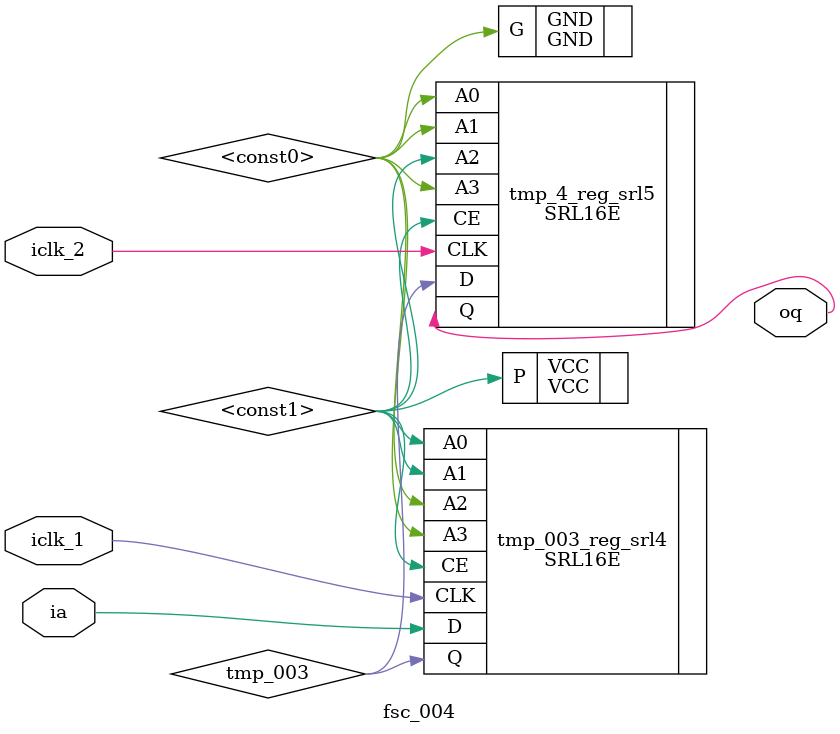
<source format=v>
`timescale 1 ps / 1 ps

(* STRUCTURAL_NETLIST = "yes" *)
module fsc_004
   (ia,
    iclk_1,
    iclk_2,
    oq);
  input ia;
  input iclk_1;
  input iclk_2;
  output oq;

  wire \<const0> ;
  wire \<const1> ;
  wire ia;
  wire iclk_1;
  wire iclk_2;
  wire oq;
  wire tmp_003;

  GND GND
       (.G(\<const0> ));
  VCC VCC
       (.P(\<const1> ));
  (* srl_name = "tmp_003_reg_srl4" *) 
  SRL16E #(
    .INIT(16'h0000)) 
    tmp_003_reg_srl4
       (.A0(\<const1> ),
        .A1(\<const1> ),
        .A2(\<const0> ),
        .A3(\<const0> ),
        .CE(\<const1> ),
        .CLK(iclk_1),
        .D(ia),
        .Q(tmp_003));
  (* srl_name = "tmp_4_reg_srl5" *) 
  SRL16E #(
    .INIT(16'h0000)) 
    tmp_4_reg_srl5
       (.A0(\<const0> ),
        .A1(\<const0> ),
        .A2(\<const1> ),
        .A3(\<const0> ),
        .CE(\<const1> ),
        .CLK(iclk_2),
        .D(tmp_003),
        .Q(oq));
endmodule

</source>
